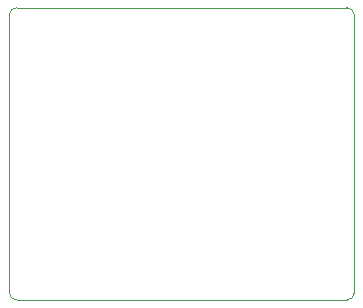
<source format=gbr>
G04 (created by PCBNEW (22-Jun-2014 BZR 4027)-stable) date Sun 09 Jul 2017 03:17:53 PM CDT*
%MOIN*%
G04 Gerber Fmt 3.4, Leading zero omitted, Abs format*
%FSLAX34Y34*%
G01*
G70*
G90*
G04 APERTURE LIST*
%ADD10C,0.00590551*%
%ADD11C,0.00393701*%
G04 APERTURE END LIST*
G54D10*
G54D11*
X95750Y-50250D02*
X95750Y-41000D01*
X107000Y-50500D02*
X96000Y-50500D01*
X107250Y-41000D02*
X107250Y-50250D01*
X96000Y-40750D02*
X107000Y-40750D01*
X107000Y-50500D02*
G75*
G03X107250Y-50250I0J250D01*
G74*
G01*
X95750Y-50250D02*
G75*
G03X96000Y-50500I250J0D01*
G74*
G01*
X107250Y-41000D02*
G75*
G03X107000Y-40750I-250J0D01*
G74*
G01*
X96000Y-40750D02*
G75*
G03X95750Y-41000I0J-250D01*
G74*
G01*
M02*

</source>
